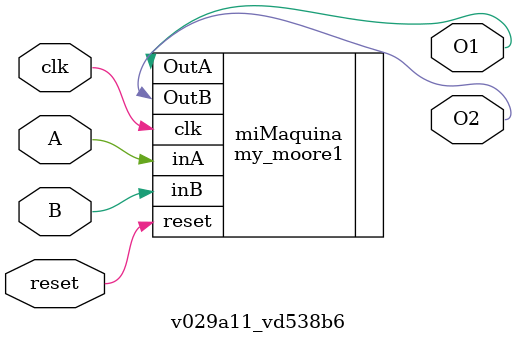
<source format=v>

`default_nettype none

module main (
 input vc61d8a,
 input vf11fea,
 input vclk,
 output v1e9507,
 output v211e71,
 output [0:5] vinit
);
 wire w0;
 wire w1;
 wire w2;
 wire w3;
 wire w4;
 wire w5;
 wire w6;
 wire w7;
 wire w8;
 wire w9;
 wire w10;
 wire w11;
 wire w12;
 wire w13;
 wire w14;
 wire w15;
 assign w2 = vc61d8a;
 assign w3 = vf11fea;
 assign v1e9507 = w6;
 assign v211e71 = w7;
 assign w10 = vclk;
 assign w11 = vclk;
 assign w12 = vclk;
 assign w13 = vclk;
 assign w14 = vclk;
 assign w15 = vclk;
 assign w11 = w10;
 assign w12 = w10;
 assign w12 = w11;
 assign w13 = w10;
 assign w13 = w11;
 assign w13 = w12;
 assign w14 = w10;
 assign w14 = w11;
 assign w14 = w12;
 assign w14 = w13;
 assign w15 = w10;
 assign w15 = w11;
 assign w15 = w12;
 assign w15 = w13;
 assign w15 = w14;
 v21cfcc v26d692 (
  .v9fb85f(w5)
 );
 vcfd9ba vb66e72 (
  .vd4e5d7(w0),
  .v6a82dd(w1),
  .v444878(w10)
 );
 v3bfe20 v3edd33 (
  .v3c12b5(w1),
  .ve7f5e6(w2),
  .v717e81(w11)
 );
 v8e2728 vf2f9c5 (
  .v10eedb(w0),
  .v2dffca(w4),
  .v0884a0(w12)
 );
 v3bfe20 v44df28 (
  .ve7f5e6(w3),
  .v3c12b5(w9),
  .v717e81(w13)
 );
 v029a11 vfe08da (
  .v6817fd(w4),
  .vc7d589(w5),
  .v3f8381(w6),
  .v1169dd(w7),
  .vf3d207(w8),
  .v44d439(w14)
 );
 v8e2728 vaec9db (
  .v2dffca(w8),
  .v10eedb(w9),
  .v0884a0(w15)
 );
 assign vinit = 6'b000000;
endmodule

/*-------------------------------------------------*/
/*--   */
/*-- - - - - - - - - - - - - - - - - - - - - - - --*/
/*-- 
/*-------------------------------------------------*/
//---- Top entity
module v21cfcc (
 output v9fb85f
);
 wire w0;
 assign v9fb85f = w0;
 v21cfcc_vb2eccd vb2eccd (
  .q(w0)
 );
endmodule

/*-------------------------------------------------*/
/*-- 0  */
/*-- - - - - - - - - - - - - - - - - - - - - - - --*/
/*-- Un bit constante a 0
/*-------------------------------------------------*/

module v21cfcc_vb2eccd (
 output q
);
 //-- Bit constante a 0
 assign q = 1'b0;
 
 
endmodule
//---- Top entity
module vcfd9ba (
 input v444878,
 input v6a82dd,
 output vd4e5d7
);
 wire w0;
 wire w1;
 wire w2;
 assign vd4e5d7 = w0;
 assign w1 = v444878;
 assign w2 = v6a82dd;
 vcfd9ba_va7041c va7041c (
  .out(w0),
  .clk(w1),
  .in(w2)
 );
endmodule

/*-------------------------------------------------*/
/*-- Debouncer  */
/*-- - - - - - - - - - - - - - - - - - - - - - - --*/
/*-- Remove the rebound on a mechanical switch
/*-------------------------------------------------*/

module vcfd9ba_va7041c (
 input clk,
 input in,
 output out
);
 //-- Debouncer Circuit
 //-- It produces a stable output when the
 //-- input signal is bouncing
 
 reg btn_prev = 0;
 reg btn_out_r = 0;
 
 reg [16:0] counter = 0;
 
 
 always @(posedge clk) begin
 
   //-- If btn_prev and btn_in are differents
   if (btn_prev ^ in == 1'b1) begin
     
       //-- Reset the counter
       counter <= 0;
       
       //-- Capture the button status
       btn_prev <= in;
   end
     
   //-- If no timeout, increase the counter
   else if (counter[16] == 1'b0)
       counter <= counter + 1;
       
   else
     //-- Set the output to the stable value
     btn_out_r <= btn_prev;
 
 end
 
 assign out = btn_out_r;
 
endmodule
//---- Top entity
module v3bfe20 (
 input v717e81,
 input ve7f5e6,
 output v3c12b5
);
 wire w0;
 wire w1;
 wire w2;
 assign w0 = ve7f5e6;
 assign w1 = v717e81;
 assign v3c12b5 = w2;
 v3bfe20_v683a9f v683a9f (
  .i(w0),
  .clk(w1),
  .o(w2)
 );
endmodule

/*-------------------------------------------------*/
/*-- Sync  */
/*-- - - - - - - - - - - - - - - - - - - - - - - --*/
/*-- Sincronizar las entradas de datos con el reloj del sistema
/*-------------------------------------------------*/

module v3bfe20_v683a9f (
 input clk,
 input i,
 output o
);
 // Sincronizacion. Evitar 
 // problema de la metaestabilidad
 
 reg d1;
 reg d2;
 
 always @(posedge clk)
  d1 <= i;
  
 always @(posedge clk)
   d2 <= d1;
   
 assign o = d2;
endmodule
//---- Top entity
module v8e2728 (
 input v0884a0,
 input v10eedb,
 output v2dffca
);
 wire w0;
 wire w1;
 wire w2;
 assign w0 = v10eedb;
 assign v2dffca = w1;
 assign w2 = v0884a0;
 v8e2728_v115ffb v115ffb (
  .i(w0),
  .o(w1),
  .clk(w2)
 );
endmodule

/*-------------------------------------------------*/
/*-- Subida  */
/*-- - - - - - - - - - - - - - - - - - - - - - - --*/
/*-- Detector de flanco de subida. Emite un tic cuando detecta un flanco ascendente
/*-------------------------------------------------*/

module v8e2728_v115ffb (
 input clk,
 input i,
 output o
);
 reg q = 0;
 
 always @(posedge clk)
   q <= i;
   
 assign o = (~q & i);  
endmodule
//---- Top entity
module v029a11 (
 input v6817fd,
 input vf3d207,
 input vc7d589,
 input v44d439,
 output v3f8381,
 output v1169dd
);
 wire w0;
 wire w1;
 wire w2;
 wire w3;
 wire w4;
 wire w5;
 assign v3f8381 = w0;
 assign v1169dd = w1;
 assign w2 = v6817fd;
 assign w3 = vf3d207;
 assign w4 = vc7d589;
 assign w5 = v44d439;
 v029a11_vd538b6 vd538b6 (
  .O1(w0),
  .O2(w1),
  .A(w2),
  .B(w3),
  .reset(w4),
  .clk(w5)
 );
endmodule

/*-------------------------------------------------*/
/*-- Moore Verilog  */
/*-- - - - - - - - - - - - - - - - - - - - - - - --*/
/*-- Ejemplo de una máquina de estados tipo Moore
/*-------------------------------------------------*/

module v029a11_vd538b6 (
 input A,
 input B,
 input reset,
 input clk,
 output O1,
 output O2
);
 
 
 //@include 01_moore.v
 
 my_moore1  miMaquina(.clk(clk),.reset(reset),.inA(A),.inB(B),.OutA(O1),.OutB(O2));
endmodule

</source>
